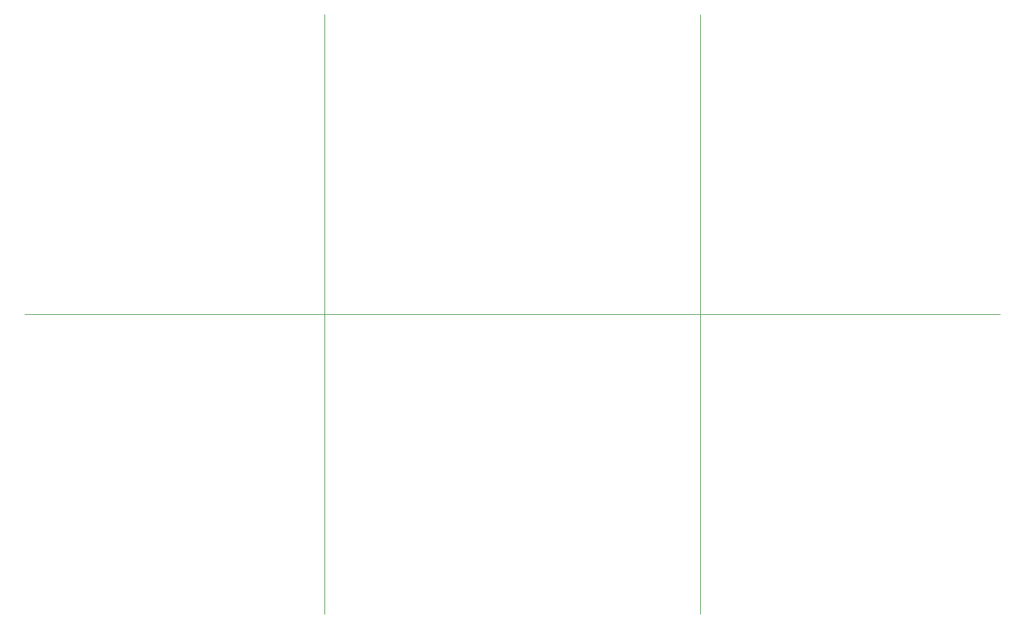
<source format=gbr>
G75*
G71*
%MOMM*%
%OFA0B0*%
%FSLAX53Y53*%
%IPPOS*%
%LPD*%
%ADD10C,0.00100*%
D10*
X0000000Y0040131D02*
X0130554Y0040131D01*
X0040131Y0000000D02*
X0040131Y0080262D01*
X0090422Y0000000D02*
X0090422Y0080262D01*
X0090424Y0000000D02*
X0090424Y0080262D01*
M02*

</source>
